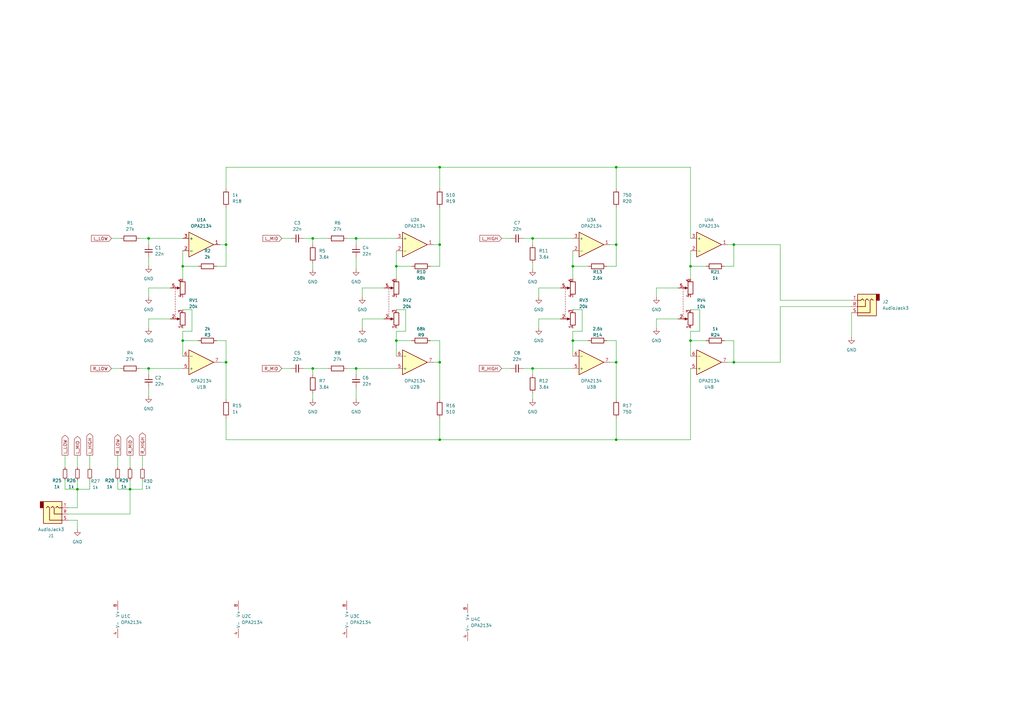
<source format=kicad_sch>
(kicad_sch (version 20231120) (generator "eeschema") (generator_version "8.0")
  (paper "A3")
  (lib_symbols
    (symbol "Amplifier_Operational:OPA2134" (pin_names (offset 0.127))
      (property "Reference" "U" (at 0 5.08 0))
      (property "Value" "OPA2134" (at 0 -5.08 0))
      (symbol "OPA2134_1_1"
        (polyline (pts (xy -5.08 5.08) (xy 5.08 0) (xy -5.08 -5.08) (xy -5.08 5.08)) (stroke (width 0.254)) (fill (type background)))
        (pin output line (at 7.62 0 180) (length 2.54) (name "~") (number "1"))
        (pin input line (at -7.62 -2.54 0) (length 2.54) (name "-") (number "2"))
        (pin input line (at -7.62 2.54 0) (length 2.54) (name "+") (number "3"))
      )
      (symbol "OPA2134_2_1"
        (polyline (pts (xy -5.08 5.08) (xy 5.08 0) (xy -5.08 -5.08) (xy -5.08 5.08)) (stroke (width 0.254)) (fill (type background)))
        (pin input line (at -7.62 2.54 0) (length 2.54) (name "+") (number "5"))
        (pin input line (at -7.62 -2.54 0) (length 2.54) (name "-") (number "6"))
        (pin output line (at 7.62 0 180) (length 2.54) (name "~") (number "7"))
      )
      (symbol "OPA2134_3_1"
        (pin power_in line (at -2.54 -7.62 90) (length 3.81) (name "V-") (number "4"))
        (pin power_in line (at -2.54 7.62 270) (length 3.81) (name "V+") (number "8"))
      )
    )
    (symbol "Connector_Audio:AudioJack3"
      (property "Reference" "J" (at 0 8.89 0))
      (property "Value" "AudioJack3" (at 0 6.35 0))
      (symbol "AudioJack3_0_1"
        (rectangle (start -5.08 -5.08) (end -6.35 -2.54) (stroke (width 0.254)) (fill (type outline)))
        (polyline (pts (xy 0 -2.54) (xy 0.635 -3.175) (xy 1.27 -2.54) (xy 2.54 -2.54)) (stroke (width 0.254)))
        (polyline (pts (xy -1.905 -2.54) (xy -1.27 -3.175) (xy -0.635 -2.54) (xy -0.635 0) (xy 2.54 0)) (stroke (width 0.254)))
        (polyline (pts (xy 2.54 2.54) (xy -2.54 2.54) (xy -2.54 -2.54) (xy -3.175 -3.175) (xy -3.81 -2.54)) (stroke (width 0.254)))
        (rectangle (start 2.54 3.81) (end -5.08 -5.08) (stroke (width 0.254)) (fill (type background)))
      )
      (symbol "AudioJack3_1_1"
        (pin passive line (at 5.08 0 180) (length 2.54) (name "~") (number "R"))
        (pin passive line (at 5.08 2.54 180) (length 2.54) (name "~") (number "S"))
        (pin passive line (at 5.08 -2.54 180) (length 2.54) (name "~") (number "T"))
      )
    )
    (symbol "Device:C_Small" (pin_numbers hide) (pin_names (offset 0.254) hide)
      (property "Reference" "C" (at 0.254 1.778 0))
      (property "Value" "C_Small" (at 0.254 -2.032 0))
      (symbol "C_Small_0_1"
        (polyline (pts (xy -1.524 -0.508) (xy 1.524 -0.508)) (stroke (width 0.3302)))
        (polyline (pts (xy -1.524 0.508) (xy 1.524 0.508)) (stroke (width 0.3048)))
      )
      (symbol "C_Small_1_1"
        (pin passive line (at 0 2.54 270) (length 2.032) (name "~") (number "1"))
        (pin passive line (at 0 -2.54 90) (length 2.032) (name "~") (number "2"))
      )
    )
    (symbol "Device:R" (pin_numbers hide) (pin_names (offset 0))
      (property "Reference" "R" (at 2.032 0 90))
      (property "Value" "R" (at 0 0 90))
      (symbol "R_0_1"
        (rectangle (start -1.016 -2.54) (end 1.016 2.54) (stroke (width 0.254)))
      )
      (symbol "R_1_1"
        (pin passive line (at 0 3.81 270) (length 1.27) (name "~") (number "1"))
        (pin passive line (at 0 -3.81 90) (length 1.27) (name "~") (number "2"))
      )
    )
    (symbol "Device:R_Potentiometer_Dual" (pin_names (offset 1.016) hide)
      (property "Reference" "RV" (at 0 3.81 0))
      (property "Value" "R_Potentiometer_Dual" (at 0 1.905 0))
      (symbol "R_Potentiometer_Dual_0_1"
        (rectangle (start -8.89 -1.524) (end -3.81 -3.556) (stroke (width 0.254)))
        (polyline (pts (xy -6.35 0) (xy -6.35 -1.016)))
        (polyline (pts (xy -6.35 0) (xy -6.35 -1.016)))
        (polyline (pts (xy -6.35 0) (xy -5.842 0.508)))
        (polyline (pts (xy -5.588 0.508) (xy -5.08 0.508)))
        (polyline (pts (xy -4.572 0.508) (xy -4.064 0.508)))
        (polyline (pts (xy -3.556 0.508) (xy -3.048 0.508)))
        (polyline (pts (xy -2.54 0.508) (xy -2.032 0.508)))
        (polyline (pts (xy -1.524 0.508) (xy -1.016 0.508)))
        (polyline (pts (xy -0.508 0.508) (xy 0 0.508)))
        (polyline (pts (xy 0.508 0.508) (xy 1.016 0.508)))
        (polyline (pts (xy 1.524 0.508) (xy 2.032 0.508)))
        (polyline (pts (xy 2.54 0.508) (xy 3.048 0.508)))
        (polyline (pts (xy 3.556 0.508) (xy 4.064 0.508)))
        (polyline (pts (xy 4.572 0.508) (xy 5.08 0.508)))
        (polyline (pts (xy 5.588 0.508) (xy 6.096 0.508)))
        (polyline (pts (xy 6.35 0) (xy 6.35 -1.016)))
        (polyline (pts (xy 6.35 0) (xy 6.35 -1.016)))
        (polyline (pts (xy 6.604 0.508) (xy 6.858 0.508) (xy 6.35 0)))
        (polyline (pts (xy -6.35 -1.397) (xy -6.858 -0.254) (xy -5.842 -0.254) (xy -6.35 -1.397)) (fill (type outline)))
        (polyline (pts (xy 6.35 -1.397) (xy 5.842 -0.254) (xy 6.858 -0.254) (xy 6.35 -1.397)) (fill (type outline)))
        (rectangle (start 3.81 -1.524) (end 8.89 -3.556) (stroke (width 0.254)))
      )
      (symbol "R_Potentiometer_Dual_1_1"
        (pin passive line (at -10.16 -2.54 0) (length 1.27) (name "1") (number "1"))
        (pin passive line (at -6.35 2.54 270) (length 2.54) (name "2") (number "2"))
        (pin passive line (at -2.54 -2.54 180) (length 1.27) (name "3") (number "3"))
        (pin passive line (at 2.54 -2.54 0) (length 1.27) (name "4") (number "4"))
        (pin passive line (at 6.35 2.54 270) (length 2.54) (name "5") (number "5"))
        (pin passive line (at 10.16 -2.54 180) (length 1.27) (name "6") (number "6"))
      )
    )
    (symbol "Device:R_Small" (pin_numbers hide) (pin_names (offset 0.254) hide)
      (property "Reference" "R" (at 0.762 0.508 0))
      (property "Value" "R_Small" (at 0.762 -1.016 0))
      (symbol "R_Small_0_1"
        (rectangle (start -0.762 1.778) (end 0.762 -1.778) (stroke (width 0.2032)))
      )
      (symbol "R_Small_1_1"
        (pin passive line (at 0 2.54 270) (length 0.762) (name "~") (number "1"))
        (pin passive line (at 0 -2.54 90) (length 0.762) (name "~") (number "2"))
      )
    )
    (symbol "power:GND" (power) (pin_numbers hide) (pin_names (offset 0) hide)
      (property "Value" "GND" (at 0 -3.81 0))
      (symbol "GND_0_1"
        (polyline (pts (xy 0 0) (xy 0 -1.27) (xy 1.27 -1.27) (xy 0 -2.54) (xy -1.27 -1.27) (xy 0 -1.27)))
      )
      (symbol "GND_1_1"
        (pin power_in line (at 0 0 270) (length 0) (name "~") (number "1"))
      )
    )
  )
  (junction (at 218.44 97.79))
  (junction (at 252.73 180.34))
  (junction (at 252.73 68.58))
  (junction (at 162.56 139.7))
  (junction (at 180.34 68.58))
  (junction (at 234.95 139.7))
  (junction (at 53.34 200.66))
  (junction (at 146.05 97.79))
  (junction (at 300.99 100.33))
  (junction (at 283.21 109.22))
  (junction (at 92.71 148.59))
  (junction (at 218.44 151.13))
  (junction (at 74.93 139.7))
  (junction (at 128.27 97.79))
  (junction (at 180.34 180.34))
  (junction (at 60.96 151.13))
  (junction (at 74.93 109.22))
  (junction (at 300.99 148.59))
  (junction (at 234.95 109.22))
  (junction (at 92.71 100.33))
  (junction (at 180.34 148.59))
  (junction (at 162.56 109.22))
  (junction (at 146.05 151.13))
  (junction (at 180.34 100.33))
  (junction (at 128.27 151.13))
  (junction (at 60.96 97.79))
  (junction (at 31.75 200.66))
  (junction (at 252.73 148.59))
  (junction (at 252.73 100.33))
  (junction (at 283.21 139.7))
  (wire (pts (xy 142.24 97.79) (xy 146.05 97.79)))
  (wire (pts (xy 148.59 118.11) (xy 148.59 121.92)))
  (wire (pts (xy 69.85 118.11) (xy 60.96 118.11)))
  (wire (pts (xy 92.71 68.58) (xy 180.34 68.58)))
  (wire (pts (xy 162.56 135.89) (xy 166.37 135.89)))
  (wire (pts (xy 234.95 139.7) (xy 234.95 135.89)))
  (wire (pts (xy 92.71 148.59) (xy 92.71 163.83)))
  (wire (pts (xy 287.02 135.89) (xy 287.02 127)))
  (wire (pts (xy 298.45 148.59) (xy 300.99 148.59)))
  (wire (pts (xy 180.34 109.22) (xy 180.34 100.33)))
  (wire (pts (xy 53.34 200.66) (xy 53.34 196.85)))
  (wire (pts (xy 31.75 186.69) (xy 31.75 191.77)))
  (wire (pts (xy 27.94 208.28) (xy 31.75 208.28)))
  (wire (pts (xy 128.27 151.13) (xy 134.62 151.13)))
  (wire (pts (xy 234.95 139.7) (xy 234.95 146.05)))
  (wire (pts (xy 74.93 114.3) (xy 74.93 109.22)))
  (wire (pts (xy 74.93 135.89) (xy 78.74 135.89)))
  (wire (pts (xy 78.74 127) (xy 74.93 127)))
  (wire (pts (xy 146.05 163.83) (xy 146.05 158.75)))
  (wire (pts (xy 234.95 135.89) (xy 238.76 135.89)))
  (wire (pts (xy 168.91 109.22) (xy 162.56 109.22)))
  (wire (pts (xy 180.34 180.34) (xy 252.73 180.34)))
  (wire (pts (xy 176.53 139.7) (xy 180.34 139.7)))
  (wire (pts (xy 289.56 109.22) (xy 283.21 109.22)))
  (wire (pts (xy 124.46 151.13) (xy 128.27 151.13)))
  (wire (pts (xy 252.73 77.47) (xy 252.73 68.58)))
  (wire (pts (xy 26.67 200.66) (xy 31.75 200.66)))
  (wire (pts (xy 148.59 130.81) (xy 148.59 134.62)))
  (wire (pts (xy 166.37 127) (xy 162.56 127)))
  (wire (pts (xy 81.28 139.7) (xy 74.93 139.7)))
  (wire (pts (xy 269.24 118.11) (xy 269.24 121.92)))
  (wire (pts (xy 45.72 151.13) (xy 49.53 151.13)))
  (wire (pts (xy 248.92 109.22) (xy 252.73 109.22)))
  (wire (pts (xy 218.44 151.13) (xy 218.44 153.67)))
  (wire (pts (xy 283.21 109.22) (xy 283.21 102.87)))
  (wire (pts (xy 214.63 97.79) (xy 218.44 97.79)))
  (wire (pts (xy 218.44 97.79) (xy 234.95 97.79)))
  (wire (pts (xy 146.05 100.33) (xy 146.05 97.79)))
  (wire (pts (xy 297.18 109.22) (xy 300.99 109.22)))
  (wire (pts (xy 283.21 135.89) (xy 287.02 135.89)))
  (wire (pts (xy 241.3 139.7) (xy 234.95 139.7)))
  (wire (pts (xy 297.18 139.7) (xy 300.99 139.7)))
  (wire (pts (xy 53.34 186.69) (xy 53.34 191.77)))
  (wire (pts (xy 74.93 102.87) (xy 74.93 109.22)))
  (wire (pts (xy 248.92 139.7) (xy 252.73 139.7)))
  (wire (pts (xy 162.56 109.22) (xy 162.56 102.87)))
  (wire (pts (xy 218.44 151.13) (xy 234.95 151.13)))
  (wire (pts (xy 92.71 100.33) (xy 92.71 85.09)))
  (wire (pts (xy 26.67 200.66) (xy 26.67 196.85)))
  (wire (pts (xy 74.93 109.22) (xy 81.28 109.22)))
  (wire (pts (xy 300.99 100.33) (xy 320.04 100.33)))
  (wire (pts (xy 176.53 109.22) (xy 180.34 109.22)))
  (wire (pts (xy 48.26 186.69) (xy 48.26 191.77)))
  (wire (pts (xy 229.87 118.11) (xy 220.98 118.11)))
  (wire (pts (xy 146.05 97.79) (xy 162.56 97.79)))
  (wire (pts (xy 238.76 127) (xy 234.95 127)))
  (wire (pts (xy 60.96 153.67) (xy 60.96 151.13)))
  (wire (pts (xy 238.76 135.89) (xy 238.76 127)))
  (wire (pts (xy 252.73 148.59) (xy 250.19 148.59)))
  (wire (pts (xy 180.34 77.47) (xy 180.34 68.58)))
  (wire (pts (xy 74.93 139.7) (xy 74.93 135.89)))
  (wire (pts (xy 252.73 148.59) (xy 252.73 163.83)))
  (wire (pts (xy 45.72 97.79) (xy 49.53 97.79)))
  (wire (pts (xy 320.04 123.19) (xy 349.25 123.19)))
  (wire (pts (xy 57.15 151.13) (xy 60.96 151.13)))
  (wire (pts (xy 60.96 118.11) (xy 60.96 121.92)))
  (wire (pts (xy 124.46 97.79) (xy 128.27 97.79)))
  (wire (pts (xy 252.73 68.58) (xy 283.21 68.58)))
  (wire (pts (xy 252.73 109.22) (xy 252.73 100.33)))
  (wire (pts (xy 218.44 163.83) (xy 218.44 161.29)))
  (wire (pts (xy 60.96 130.81) (xy 60.96 134.62)))
  (wire (pts (xy 128.27 97.79) (xy 134.62 97.79)))
  (wire (pts (xy 278.13 130.81) (xy 269.24 130.81)))
  (wire (pts (xy 26.67 186.69) (xy 26.67 191.77)))
  (wire (pts (xy 115.57 151.13) (xy 119.38 151.13)))
  (wire (pts (xy 146.05 153.67) (xy 146.05 151.13)))
  (wire (pts (xy 31.75 213.36) (xy 31.75 217.17)))
  (wire (pts (xy 234.95 109.22) (xy 234.95 102.87)))
  (wire (pts (xy 218.44 110.49) (xy 218.44 107.95)))
  (wire (pts (xy 283.21 139.7) (xy 283.21 135.89)))
  (wire (pts (xy 252.73 171.45) (xy 252.73 180.34)))
  (wire (pts (xy 180.34 148.59) (xy 180.34 163.83)))
  (wire (pts (xy 300.99 109.22) (xy 300.99 100.33)))
  (wire (pts (xy 27.94 213.36) (xy 31.75 213.36)))
  (wire (pts (xy 92.71 139.7) (xy 92.71 148.59)))
  (wire (pts (xy 180.34 100.33) (xy 180.34 85.09)))
  (wire (pts (xy 180.34 171.45) (xy 180.34 180.34)))
  (wire (pts (xy 162.56 139.7) (xy 162.56 146.05)))
  (wire (pts (xy 320.04 100.33) (xy 320.04 123.19)))
  (wire (pts (xy 58.42 200.66) (xy 58.42 196.85)))
  (wire (pts (xy 31.75 200.66) (xy 36.83 200.66)))
  (wire (pts (xy 283.21 68.58) (xy 283.21 97.79)))
  (wire (pts (xy 252.73 100.33) (xy 250.19 100.33)))
  (wire (pts (xy 283.21 109.22) (xy 283.21 114.3)))
  (wire (pts (xy 287.02 127) (xy 283.21 127)))
  (wire (pts (xy 214.63 151.13) (xy 218.44 151.13)))
  (wire (pts (xy 88.9 139.7) (xy 92.71 139.7)))
  (wire (pts (xy 60.96 162.56) (xy 60.96 158.75)))
  (wire (pts (xy 205.74 97.79) (xy 209.55 97.79)))
  (wire (pts (xy 31.75 200.66) (xy 31.75 196.85)))
  (wire (pts (xy 128.27 151.13) (xy 128.27 153.67)))
  (wire (pts (xy 180.34 148.59) (xy 177.8 148.59)))
  (wire (pts (xy 92.71 100.33) (xy 90.17 100.33)))
  (wire (pts (xy 88.9 109.22) (xy 92.71 109.22)))
  (wire (pts (xy 60.96 151.13) (xy 74.93 151.13)))
  (wire (pts (xy 60.96 100.33) (xy 60.96 97.79)))
  (wire (pts (xy 241.3 109.22) (xy 234.95 109.22)))
  (wire (pts (xy 252.73 139.7) (xy 252.73 148.59)))
  (wire (pts (xy 74.93 139.7) (xy 74.93 146.05)))
  (wire (pts (xy 166.37 135.89) (xy 166.37 127)))
  (wire (pts (xy 128.27 163.83) (xy 128.27 161.29)))
  (wire (pts (xy 320.04 125.73) (xy 349.25 125.73)))
  (wire (pts (xy 53.34 200.66) (xy 53.34 210.82)))
  (wire (pts (xy 58.42 186.69) (xy 58.42 191.77)))
  (wire (pts (xy 31.75 200.66) (xy 31.75 208.28)))
  (wire (pts (xy 269.24 130.81) (xy 269.24 134.62)))
  (wire (pts (xy 205.74 151.13) (xy 209.55 151.13)))
  (wire (pts (xy 298.45 100.33) (xy 300.99 100.33)))
  (wire (pts (xy 252.73 100.33) (xy 252.73 85.09)))
  (wire (pts (xy 180.34 100.33) (xy 177.8 100.33)))
  (wire (pts (xy 57.15 97.79) (xy 60.96 97.79)))
  (wire (pts (xy 283.21 139.7) (xy 283.21 146.05)))
  (wire (pts (xy 142.24 151.13) (xy 146.05 151.13)))
  (wire (pts (xy 36.83 186.69) (xy 36.83 191.77)))
  (wire (pts (xy 229.87 130.81) (xy 220.98 130.81)))
  (wire (pts (xy 48.26 200.66) (xy 48.26 196.85)))
  (wire (pts (xy 128.27 97.79) (xy 128.27 100.33)))
  (wire (pts (xy 320.04 148.59) (xy 320.04 125.73)))
  (wire (pts (xy 92.71 180.34) (xy 180.34 180.34)))
  (wire (pts (xy 53.34 210.82) (xy 27.94 210.82)))
  (wire (pts (xy 92.71 77.47) (xy 92.71 68.58)))
  (wire (pts (xy 180.34 68.58) (xy 252.73 68.58)))
  (wire (pts (xy 69.85 130.81) (xy 60.96 130.81)))
  (wire (pts (xy 53.34 200.66) (xy 58.42 200.66)))
  (wire (pts (xy 146.05 110.49) (xy 146.05 105.41)))
  (wire (pts (xy 115.57 97.79) (xy 119.38 97.79)))
  (wire (pts (xy 283.21 180.34) (xy 283.21 151.13)))
  (wire (pts (xy 157.48 130.81) (xy 148.59 130.81)))
  (wire (pts (xy 349.25 128.27) (xy 349.25 138.43)))
  (wire (pts (xy 92.71 171.45) (xy 92.71 180.34)))
  (wire (pts (xy 78.74 135.89) (xy 78.74 127)))
  (wire (pts (xy 36.83 200.66) (xy 36.83 196.85)))
  (wire (pts (xy 60.96 97.79) (xy 74.93 97.79)))
  (wire (pts (xy 92.71 148.59) (xy 90.17 148.59)))
  (wire (pts (xy 60.96 109.22) (xy 60.96 105.41)))
  (wire (pts (xy 180.34 139.7) (xy 180.34 148.59)))
  (wire (pts (xy 92.71 109.22) (xy 92.71 100.33)))
  (wire (pts (xy 168.91 139.7) (xy 162.56 139.7)))
  (wire (pts (xy 234.95 114.3) (xy 234.95 109.22)))
  (wire (pts (xy 146.05 151.13) (xy 162.56 151.13)))
  (wire (pts (xy 157.48 118.11) (xy 148.59 118.11)))
  (wire (pts (xy 252.73 180.34) (xy 283.21 180.34)))
  (wire (pts (xy 128.27 110.49) (xy 128.27 107.95)))
  (wire (pts (xy 220.98 130.81) (xy 220.98 134.62)))
  (wire (pts (xy 162.56 114.3) (xy 162.56 109.22)))
  (wire (pts (xy 300.99 139.7) (xy 300.99 148.59)))
  (wire (pts (xy 220.98 118.11) (xy 220.98 121.92)))
  (wire (pts (xy 218.44 97.79) (xy 218.44 100.33)))
  (wire (pts (xy 162.56 139.7) (xy 162.56 135.89)))
  (wire (pts (xy 300.99 148.59) (xy 320.04 148.59)))
  (wire (pts (xy 278.13 118.11) (xy 269.24 118.11)))
  (wire (pts (xy 48.26 200.66) (xy 53.34 200.66)))
  (wire (pts (xy 289.56 139.7) (xy 283.21 139.7)))
  (global_label "R_LOW" (shape input) (at 45.72 151.13 180) (property "Intersheetrefs" "${INTERSHEET_REFS}" (effects (hide yes))))
  (global_label "L_LOW" (shape output) (at 26.67 186.69 90) (property "Intersheetrefs" "${INTERSHEET_REFS}" (effects (hide yes))))
  (global_label "L_HIGH" (shape input) (at 205.74 97.79 180) (property "Intersheetrefs" "${INTERSHEET_REFS}" (effects (hide yes))))
  (global_label "L_HIGH" (shape output) (at 36.83 186.69 90) (property "Intersheetrefs" "${INTERSHEET_REFS}" (effects (hide yes))))
  (global_label "R_LOW" (shape output) (at 48.26 186.69 90) (property "Intersheetrefs" "${INTERSHEET_REFS}" (effects (hide yes))))
  (global_label "R_HIGH" (shape input) (at 205.74 151.13 180) (property "Intersheetrefs" "${INTERSHEET_REFS}" (effects (hide yes))))
  (global_label "L_LOW" (shape input) (at 45.72 97.79 180) (property "Intersheetrefs" "${INTERSHEET_REFS}" (effects (hide yes))))
  (global_label "L_MID" (shape output) (at 31.75 186.69 90) (property "Intersheetrefs" "${INTERSHEET_REFS}" (effects (hide yes))))
  (global_label "R_MID" (shape input) (at 115.57 151.13 180) (property "Intersheetrefs" "${INTERSHEET_REFS}" (effects (hide yes))))
  (global_label "L_MID" (shape input) (at 115.57 97.79 180) (property "Intersheetrefs" "${INTERSHEET_REFS}" (effects (hide yes))))
  (global_label "R_HIGH" (shape output) (at 58.42 186.69 90) (property "Intersheetrefs" "${INTERSHEET_REFS}" (effects (hide yes))))
  (global_label "R_MID" (shape output) (at 53.34 186.69 90) (property "Intersheetrefs" "${INTERSHEET_REFS}" (effects (hide yes))))
  (symbol (lib_id "Device:R") (at 180.34 81.28 0) (mirror y) (unit 1)
    (property "Reference" "R19" (at 182.88 82.5501 0) (effects (justify right)))
    (property "Value" "510" (at 182.88 80.0101 0) (effects (justify right)))
    (property "Description" "Resistor" (effects (hide yes)))
  )
  (symbol (lib_id "Device:R_Potentiometer_Dual") (at 72.39 124.46 90) (unit 1)
    (property "Reference" "RV1" (at 77.47 123.1899 90) (effects (justify right)))
    (property "Value" "20k" (at 77.47 125.7299 90) (effects (justify right)))
    (property "Description" "Dual potentiometer" (effects (hide yes)))
  )
  (symbol (lib_id "Device:C_Small") (at 146.05 102.87 0) (unit 1)
    (property "Reference" "C4" (at 148.59 101.6062 0) (effects (justify left)))
    (property "Value" "22n" (at 148.59 104.1462 0) (effects (justify left)))
    (property "Description" "Unpolarized capacitor, small symbol" (effects (hide yes)))
  )
  (symbol (lib_id "Device:C_Small") (at 212.09 151.13 90) (unit 1)
    (property "Reference" "C8" (at 212.0963 144.78 90))
    (property "Value" "22n" (at 212.0963 147.32 90))
    (property "Description" "Unpolarized capacitor, small symbol" (effects (hide yes)))
  )
  (symbol (lib_id "Device:R") (at 128.27 104.14 180) (unit 1)
    (property "Reference" "R5" (at 130.81 102.8699 0) (effects (justify right)))
    (property "Value" "3.6k" (at 130.81 105.4099 0) (effects (justify right)))
    (property "Description" "Resistor" (effects (hide yes)))
  )
  (symbol (lib_id "Device:R") (at 128.27 157.48 180) (unit 1)
    (property "Reference" "R7" (at 130.81 156.2099 0) (effects (justify right)))
    (property "Value" "3.6k" (at 130.81 158.7499 0) (effects (justify right)))
    (property "Description" "Resistor" (effects (hide yes)))
  )
  (symbol (lib_id "Device:R") (at 245.11 109.22 90) (unit 1)
    (property "Reference" "R13" (at 245.11 111.506 90))
    (property "Value" "2.6k" (at 245.11 114.046 90))
    (property "Description" "Resistor" (effects (hide yes)))
  )
  (symbol (lib_id "power:GND") (at 220.98 134.62 0) (unit 1)
    (property "Reference" "#PWR014" (effects (hide yes)))
    (property "Value" "GND" (at 220.98 139.7 0))
    (property "Description" "Power symbol creates a global label with name \"GND\" , ground" (effects (hide yes)))
  )
  (symbol (lib_id "power:GND") (at 146.05 163.83 0) (unit 1)
    (property "Reference" "#PWR08" (effects (hide yes)))
    (property "Value" "GND" (at 146.05 168.91 0))
    (property "Description" "Power symbol creates a global label with name \"GND\" , ground" (effects (hide yes)))
  )
  (symbol (lib_id "power:GND") (at 269.24 121.92 0) (unit 1)
    (property "Reference" "#PWR015" (effects (hide yes)))
    (property "Value" "GND" (at 269.24 127 0))
    (property "Description" "Power symbol creates a global label with name \"GND\" , ground" (effects (hide yes)))
  )
  (symbol (lib_id "power:GND") (at 148.59 121.92 0) (unit 1)
    (property "Reference" "#PWR09" (effects (hide yes)))
    (property "Value" "GND" (at 148.59 127 0))
    (property "Description" "Power symbol creates a global label with name \"GND\" , ground" (effects (hide yes)))
  )
  (symbol (lib_id "Device:R_Potentiometer_Dual") (at 160.02 124.46 90) (unit 1)
    (property "Reference" "RV2" (at 165.1 123.1899 90) (effects (justify right)))
    (property "Value" "20k" (at 165.1 125.7299 90) (effects (justify right)))
    (property "Description" "Dual potentiometer" (effects (hide yes)))
  )
  (symbol (lib_id "Amplifier_Operational:OPA2134") (at 82.55 148.59 0) (mirror x) (unit 2)
    (property "Reference" "U1" (at 82.55 158.75 0))
    (property "Value" "OPA2134" (at 82.55 156.21 0))
    (property "Footprint" "AudioSystemFootprintLibrary:OPA2134UA" (effects (hide yes)))
    (property "Datasheet" "http://www.ti.com/lit/ds/symlink/opa134.pdf" (effects (hide yes)))
    (property "Description" "Dual SoundPlus High Performance Audio Operational Amplifiers, DIP-8/SOIC-8" (effects (hide yes)))
  )
  (symbol (lib_id "Device:R") (at 85.09 139.7 90) (mirror x) (unit 1)
    (property "Reference" "R3" (at 85.09 137.414 90))
    (property "Value" "2k" (at 85.09 134.874 90))
    (property "Description" "Resistor" (effects (hide yes)))
  )
  (symbol (lib_id "power:GND") (at 146.05 110.49 0) (unit 1)
    (property "Reference" "#PWR06" (effects (hide yes)))
    (property "Value" "GND" (at 146.05 115.57 0))
    (property "Description" "Power symbol creates a global label with name \"GND\" , ground" (effects (hide yes)))
  )
  (symbol (lib_id "Device:R_Small") (at 58.42 194.31 180) (unit 1)
    (property "Reference" "R30" (at 60.706 197.358 0))
    (property "Value" "1k" (at 60.706 199.898 0))
    (property "Description" "Resistor, small symbol" (effects (hide yes)))
  )
  (symbol (lib_id "Device:R") (at 53.34 151.13 90) (unit 1)
    (property "Reference" "R4" (at 53.34 144.78 90))
    (property "Value" "27k" (at 53.34 147.32 90))
    (property "Description" "Resistor" (effects (hide yes)))
  )
  (symbol (lib_id "Device:C_Small") (at 60.96 156.21 0) (unit 1)
    (property "Reference" "C2" (at 63.5 154.9462 0) (effects (justify left)))
    (property "Value" "22n" (at 63.5 157.4862 0) (effects (justify left)))
    (property "Description" "Unpolarized capacitor, small symbol" (effects (hide yes)))
  )
  (symbol (lib_id "Device:R_Small") (at 53.34 194.31 180) (unit 1)
    (property "Reference" "R29" (at 50.8 197.104 0))
    (property "Value" "1k" (at 50.8 199.644 0))
    (property "Description" "Resistor, small symbol" (effects (hide yes)))
  )
  (symbol (lib_id "Device:R") (at 245.11 139.7 90) (mirror x) (unit 1)
    (property "Reference" "R14" (at 245.11 137.414 90))
    (property "Value" "2.6k" (at 245.11 134.874 90))
    (property "Description" "Resistor" (effects (hide yes)))
  )
  (symbol (lib_id "Amplifier_Operational:OPA2134") (at 290.83 100.33 0) (unit 1)
    (property "Reference" "U4" (at 290.83 90.17 0))
    (property "Value" "OPA2134" (at 290.83 92.71 0))
    (property "Footprint" "AudioSystemFootprintLibrary:OPA2134UA" (effects (hide yes)))
    (property "Datasheet" "http://www.ti.com/lit/ds/symlink/opa134.pdf" (effects (hide yes)))
    (property "Description" "Dual SoundPlus High Performance Audio Operational Amplifiers, DIP-8/SOIC-8" (effects (hide yes)))
  )
  (symbol (lib_id "Amplifier_Operational:OPA2134") (at 144.78 254 0) (unit 3)
    (property "Reference" "U3" (at 143.51 252.7299 0) (effects (justify left)))
    (property "Value" "OPA2134" (at 143.51 255.2699 0) (effects (justify left)))
    (property "Footprint" "AudioSystemFootprintLibrary:OPA2134UA" (effects (hide yes)))
    (property "Datasheet" "http://www.ti.com/lit/ds/symlink/opa134.pdf" (effects (hide yes)))
    (property "Description" "Dual SoundPlus High Performance Audio Operational Amplifiers, DIP-8/SOIC-8" (effects (hide yes)))
  )
  (symbol (lib_id "power:GND") (at 60.96 162.56 0) (unit 1)
    (property "Reference" "#PWR04" (effects (hide yes)))
    (property "Value" "GND" (at 60.96 167.64 0))
    (property "Description" "Power symbol creates a global label with name \"GND\" , ground" (effects (hide yes)))
  )
  (symbol (lib_id "Device:R") (at 252.73 167.64 180) (unit 1)
    (property "Reference" "R17" (at 255.27 166.3699 0) (effects (justify right)))
    (property "Value" "750" (at 255.27 168.9099 0) (effects (justify right)))
    (property "Description" "Resistor" (effects (hide yes)))
  )
  (symbol (lib_id "Device:C_Small") (at 121.92 151.13 90) (unit 1)
    (property "Reference" "C5" (at 121.9263 144.78 90))
    (property "Value" "22n" (at 121.9263 147.32 90))
    (property "Description" "Unpolarized capacitor, small symbol" (effects (hide yes)))
  )
  (symbol (lib_id "Device:R_Small") (at 36.83 194.31 180) (unit 1)
    (property "Reference" "R27" (at 39.116 197.358 0))
    (property "Value" "1k" (at 39.116 199.898 0))
    (property "Description" "Resistor, small symbol" (effects (hide yes)))
  )
  (symbol (lib_id "Amplifier_Operational:OPA2134") (at 82.55 100.33 0) (unit 1)
    (property "Reference" "U1" (at 82.55 90.17 0))
    (property "Value" "OPA2134" (at 82.55 92.71 0))
    (property "Footprint" "AudioSystemFootprintLibrary:OPA2134UA" (effects (hide yes)))
    (property "Datasheet" "http://www.ti.com/lit/ds/symlink/opa134.pdf" (effects (hide yes)))
    (property "Description" "Dual SoundPlus High Performance Audio Operational Amplifiers, DIP-8/SOIC-8" (effects (hide yes)))
  )
  (symbol (lib_id "power:GND") (at 220.98 121.92 0) (unit 1)
    (property "Reference" "#PWR013" (effects (hide yes)))
    (property "Value" "GND" (at 220.98 127 0))
    (property "Description" "Power symbol creates a global label with name \"GND\" , ground" (effects (hide yes)))
  )
  (symbol (lib_id "power:GND") (at 128.27 110.49 0) (unit 1)
    (property "Reference" "#PWR05" (effects (hide yes)))
    (property "Value" "GND" (at 128.27 115.57 0))
    (property "Description" "Power symbol creates a global label with name \"GND\" , ground" (effects (hide yes)))
  )
  (symbol (lib_id "Amplifier_Operational:OPA2134") (at 170.18 100.33 0) (unit 1)
    (property "Reference" "U2" (at 170.18 90.17 0))
    (property "Value" "OPA2134" (at 170.18 92.71 0))
    (property "Footprint" "AudioSystemFootprintLibrary:OPA2134UA" (effects (hide yes)))
    (property "Datasheet" "http://www.ti.com/lit/ds/symlink/opa134.pdf" (effects (hide yes)))
    (property "Description" "Dual SoundPlus High Performance Audio Operational Amplifiers, DIP-8/SOIC-8" (effects (hide yes)))
  )
  (symbol (lib_id "power:GND") (at 31.75 217.17 0) (unit 1)
    (property "Reference" "#PWR017" (effects (hide yes)))
    (property "Value" "GND" (at 31.75 222.25 0))
    (property "Description" "Power symbol creates a global label with name \"GND\" , ground" (effects (hide yes)))
  )
  (symbol (lib_id "Device:R_Small") (at 26.67 194.31 180) (unit 1)
    (property "Reference" "R25" (at 23.368 197.104 0))
    (property "Value" "1k" (at 23.368 199.644 0))
    (property "Description" "Resistor, small symbol" (effects (hide yes)))
  )
  (symbol (lib_id "Device:C_Small") (at 121.92 97.79 90) (unit 1)
    (property "Reference" "C3" (at 121.9263 91.44 90))
    (property "Value" "22n" (at 121.9263 93.98 90))
    (property "Description" "Unpolarized capacitor, small symbol" (effects (hide yes)))
  )
  (symbol (lib_id "Device:R") (at 138.43 97.79 90) (unit 1)
    (property "Reference" "R6" (at 138.43 91.44 90))
    (property "Value" "27k" (at 138.43 93.98 90))
    (property "Description" "Resistor" (effects (hide yes)))
  )
  (symbol (lib_id "Device:R") (at 252.73 81.28 0) (mirror y) (unit 1)
    (property "Reference" "R20" (at 255.27 82.5501 0) (effects (justify right)))
    (property "Value" "750" (at 255.27 80.0101 0) (effects (justify right)))
    (property "Description" "Resistor" (effects (hide yes)))
  )
  (symbol (lib_id "Device:C_Small") (at 60.96 102.87 0) (unit 1)
    (property "Reference" "C1" (at 63.5 101.6062 0) (effects (justify left)))
    (property "Value" "22n" (at 63.5 104.1462 0) (effects (justify left)))
    (property "Description" "Unpolarized capacitor, small symbol" (effects (hide yes)))
  )
  (symbol (lib_id "Device:R_Potentiometer_Dual") (at 232.41 124.46 90) (unit 1)
    (property "Reference" "RV3" (at 237.49 123.1899 90) (effects (justify right)))
    (property "Value" "20k" (at 237.49 125.7299 90) (effects (justify right)))
    (property "Description" "Dual potentiometer" (effects (hide yes)))
  )
  (symbol (lib_id "power:GND") (at 218.44 110.49 0) (unit 1)
    (property "Reference" "#PWR011" (effects (hide yes)))
    (property "Value" "GND" (at 218.44 115.57 0))
    (property "Description" "Power symbol creates a global label with name \"GND\" , ground" (effects (hide yes)))
  )
  (symbol (lib_id "Device:R") (at 293.37 139.7 90) (mirror x) (unit 1)
    (property "Reference" "R24" (at 293.37 137.414 90))
    (property "Value" "1k" (at 293.37 134.874 90))
    (property "Description" "Resistor" (effects (hide yes)))
  )
  (symbol (lib_id "Device:R") (at 92.71 167.64 180) (unit 1)
    (property "Reference" "R15" (at 95.25 166.3699 0) (effects (justify right)))
    (property "Value" "1k" (at 95.25 168.9099 0) (effects (justify right)))
    (property "Description" "Resistor" (effects (hide yes)))
  )
  (symbol (lib_id "power:GND") (at 218.44 163.83 0) (unit 1)
    (property "Reference" "#PWR012" (effects (hide yes)))
    (property "Value" "GND" (at 218.44 168.91 0))
    (property "Description" "Power symbol creates a global label with name \"GND\" , ground" (effects (hide yes)))
  )
  (symbol (lib_id "power:GND") (at 148.59 134.62 0) (unit 1)
    (property "Reference" "#PWR010" (effects (hide yes)))
    (property "Value" "GND" (at 148.59 139.7 0))
    (property "Description" "Power symbol creates a global label with name \"GND\" , ground" (effects (hide yes)))
  )
  (symbol (lib_id "Device:R") (at 172.72 109.22 90) (unit 1)
    (property "Reference" "R10" (at 172.72 111.506 90))
    (property "Value" "68k" (at 172.72 114.046 90))
    (property "Description" "Resistor" (effects (hide yes)))
  )
  (symbol (lib_id "power:GND") (at 269.24 134.62 0) (unit 1)
    (property "Reference" "#PWR016" (effects (hide yes)))
    (property "Value" "GND" (at 269.24 139.7 0))
    (property "Description" "Power symbol creates a global label with name \"GND\" , ground" (effects (hide yes)))
  )
  (symbol (lib_id "Amplifier_Operational:OPA2134") (at 100.33 254 0) (unit 3)
    (property "Reference" "U2" (at 99.06 252.7299 0) (effects (justify left)))
    (property "Value" "OPA2134" (at 99.06 255.2699 0) (effects (justify left)))
    (property "Footprint" "AudioSystemFootprintLibrary:OPA2134UA" (effects (hide yes)))
    (property "Datasheet" "http://www.ti.com/lit/ds/symlink/opa134.pdf" (effects (hide yes)))
    (property "Description" "Dual SoundPlus High Performance Audio Operational Amplifiers, DIP-8/SOIC-8" (effects (hide yes)))
  )
  (symbol (lib_id "Device:R") (at 53.34 97.79 90) (unit 1)
    (property "Reference" "R1" (at 53.34 91.44 90))
    (property "Value" "27k" (at 53.34 93.98 90))
    (property "Description" "Resistor" (effects (hide yes)))
  )
  (symbol (lib_id "Device:C_Small") (at 212.09 97.79 90) (unit 1)
    (property "Reference" "C7" (at 212.0963 91.44 90))
    (property "Value" "22n" (at 212.0963 93.98 90))
    (property "Description" "Unpolarized capacitor, small symbol" (effects (hide yes)))
  )
  (symbol (lib_id "Device:C_Small") (at 146.05 156.21 0) (unit 1)
    (property "Reference" "C6" (at 148.59 154.9462 0) (effects (justify left)))
    (property "Value" "22n" (at 148.59 157.4862 0) (effects (justify left)))
    (property "Description" "Unpolarized capacitor, small symbol" (effects (hide yes)))
  )
  (symbol (lib_id "power:GND") (at 349.25 138.43 0) (unit 1)
    (property "Reference" "#PWR018" (effects (hide yes)))
    (property "Value" "GND" (at 349.25 143.51 0))
    (property "Description" "Power symbol creates a global label with name \"GND\" , ground" (effects (hide yes)))
  )
  (symbol (lib_id "Device:R") (at 180.34 167.64 180) (unit 1)
    (property "Reference" "R16" (at 182.88 166.3699 0) (effects (justify right)))
    (property "Value" "510" (at 182.88 168.9099 0) (effects (justify right)))
    (property "Description" "Resistor" (effects (hide yes)))
  )
  (symbol (lib_id "Connector_Audio:AudioJack3") (at 354.33 125.73 180) (unit 1)
    (property "Reference" "J2" (at 361.95 123.8249 0) (effects (justify right)))
    (property "Value" "AudioJack3" (at 361.95 126.3649 0) (effects (justify right)))
    (property "Description" "Audio Jack, 3 Poles (Stereo / TRS)" (effects (hide yes)))
  )
  (symbol (lib_id "Device:R") (at 218.44 157.48 180) (unit 1)
    (property "Reference" "R12" (at 220.98 156.2099 0) (effects (justify right)))
    (property "Value" "3.6k" (at 220.98 158.7499 0) (effects (justify right)))
    (property "Description" "Resistor" (effects (hide yes)))
  )
  (symbol (lib_id "Connector_Audio:AudioJack3") (at 22.86 210.82 0) (mirror x) (unit 1)
    (property "Reference" "J1" (at 20.955 219.71 0))
    (property "Value" "AudioJack3" (at 20.955 217.17 0))
    (property "Description" "Audio Jack, 3 Poles (Stereo / TRS)" (effects (hide yes)))
  )
  (symbol (lib_id "Device:R_Potentiometer_Dual") (at 280.67 124.46 90) (unit 1)
    (property "Reference" "RV4" (at 285.75 123.1899 90) (effects (justify right)))
    (property "Value" "10k" (at 285.75 125.7299 90) (effects (justify right)))
    (property "Description" "Dual potentiometer" (effects (hide yes)))
  )
  (symbol (lib_id "Device:R") (at 293.37 109.22 90) (unit 1)
    (property "Reference" "R21" (at 293.37 111.506 90))
    (property "Value" "1k" (at 293.37 114.046 90))
    (property "Description" "Resistor" (effects (hide yes)))
  )
  (symbol (lib_id "Amplifier_Operational:OPA2134") (at 194.31 255.27 0) (unit 3)
    (property "Reference" "U4" (at 193.04 253.9999 0) (effects (justify left)))
    (property "Value" "OPA2134" (at 193.04 256.5399 0) (effects (justify left)))
    (property "Footprint" "AudioSystemFootprintLibrary:OPA2134UA" (effects (hide yes)))
    (property "Datasheet" "http://www.ti.com/lit/ds/symlink/opa134.pdf" (effects (hide yes)))
    (property "Description" "Dual SoundPlus High Performance Audio Operational Amplifiers, DIP-8/SOIC-8" (effects (hide yes)))
  )
  (symbol (lib_id "Device:R") (at 92.71 81.28 0) (mirror y) (unit 1)
    (property "Reference" "R18" (at 95.25 82.5501 0) (effects (justify right)))
    (property "Value" "1k" (at 95.25 80.0101 0) (effects (justify right)))
    (property "Description" "Resistor" (effects (hide yes)))
  )
  (symbol (lib_id "Device:R") (at 85.09 109.22 90) (unit 1)
    (property "Reference" "R2" (at 85.09 102.87 90))
    (property "Value" "2k" (at 85.09 105.41 90))
    (property "Description" "Resistor" (effects (hide yes)))
  )
  (symbol (lib_id "Amplifier_Operational:OPA2134") (at 290.83 148.59 0) (mirror x) (unit 2)
    (property "Reference" "U4" (at 290.83 158.75 0))
    (property "Value" "OPA2134" (at 290.83 156.21 0))
    (property "Footprint" "AudioSystemFootprintLibrary:OPA2134UA" (effects (hide yes)))
    (property "Datasheet" "http://www.ti.com/lit/ds/symlink/opa134.pdf" (effects (hide yes)))
    (property "Description" "Dual SoundPlus High Performance Audio Operational Amplifiers, DIP-8/SOIC-8" (effects (hide yes)))
  )
  (symbol (lib_id "Device:R_Small") (at 48.26 194.31 180) (unit 1)
    (property "Reference" "R28" (at 44.958 197.104 0))
    (property "Value" "1k" (at 44.958 199.644 0))
    (property "Description" "Resistor, small symbol" (effects (hide yes)))
  )
  (symbol (lib_id "Device:R") (at 138.43 151.13 90) (unit 1)
    (property "Reference" "R8" (at 138.43 144.78 90))
    (property "Value" "27k" (at 138.43 147.32 90))
    (property "Description" "Resistor" (effects (hide yes)))
  )
  (symbol (lib_id "Amplifier_Operational:OPA2134") (at 170.18 148.59 0) (mirror x) (unit 2)
    (property "Reference" "U2" (at 170.18 158.75 0))
    (property "Value" "OPA2134" (at 170.18 156.21 0))
    (property "Footprint" "AudioSystemFootprintLibrary:OPA2134UA" (effects (hide yes)))
    (property "Datasheet" "http://www.ti.com/lit/ds/symlink/opa134.pdf" (effects (hide yes)))
    (property "Description" "Dual SoundPlus High Performance Audio Operational Amplifiers, DIP-8/SOIC-8" (effects (hide yes)))
  )
  (symbol (lib_id "Device:R_Small") (at 31.75 194.31 180) (unit 1)
    (property "Reference" "R26" (at 29.21 197.104 0))
    (property "Value" "1k" (at 29.21 199.644 0))
    (property "Description" "Resistor, small symbol" (effects (hide yes)))
  )
  (symbol (lib_id "Device:R") (at 172.72 139.7 90) (mirror x) (unit 1)
    (property "Reference" "R9" (at 172.72 137.414 90))
    (property "Value" "68k" (at 172.72 134.874 90))
    (property "Description" "Resistor" (effects (hide yes)))
  )
  (symbol (lib_id "Amplifier_Operational:OPA2134") (at 242.57 100.33 0) (unit 1)
    (property "Reference" "U3" (at 242.57 90.17 0))
    (property "Value" "OPA2134" (at 242.57 92.71 0))
    (property "Footprint" "AudioSystemFootprintLibrary:OPA2134UA" (effects (hide yes)))
    (property "Datasheet" "http://www.ti.com/lit/ds/symlink/opa134.pdf" (effects (hide yes)))
    (property "Description" "Dual SoundPlus High Performance Audio Operational Amplifiers, DIP-8/SOIC-8" (effects (hide yes)))
  )
  (symbol (lib_id "power:GND") (at 60.96 109.22 0) (unit 1)
    (property "Reference" "#PWR03" (effects (hide yes)))
    (property "Value" "GND" (at 60.96 114.3 0))
    (property "Description" "Power symbol creates a global label with name \"GND\" , ground" (effects (hide yes)))
  )
  (symbol (lib_id "Device:R") (at 218.44 104.14 180) (unit 1)
    (property "Reference" "R11" (at 220.98 102.8699 0) (effects (justify right)))
    (property "Value" "3.6k" (at 220.98 105.4099 0) (effects (justify right)))
    (property "Description" "Resistor" (effects (hide yes)))
  )
  (symbol (lib_id "Amplifier_Operational:OPA2134") (at 242.57 148.59 0) (mirror x) (unit 2)
    (property "Reference" "U3" (at 242.57 158.75 0))
    (property "Value" "OPA2134" (at 242.57 156.21 0))
    (property "Footprint" "AudioSystemFootprintLibrary:OPA2134UA" (effects (hide yes)))
    (property "Datasheet" "http://www.ti.com/lit/ds/symlink/opa134.pdf" (effects (hide yes)))
    (property "Description" "Dual SoundPlus High Performance Audio Operational Amplifiers, DIP-8/SOIC-8" (effects (hide yes)))
  )
  (symbol (lib_id "power:GND") (at 60.96 134.62 0) (unit 1)
    (property "Reference" "#PWR02" (effects (hide yes)))
    (property "Value" "GND" (at 60.96 139.7 0))
    (property "Description" "Power symbol creates a global label with name \"GND\" , ground" (effects (hide yes)))
  )
  (symbol (lib_id "power:GND") (at 60.96 121.92 0) (unit 1)
    (property "Reference" "#PWR01" (effects (hide yes)))
    (property "Value" "GND" (at 60.96 127 0))
    (property "Description" "Power symbol creates a global label with name \"GND\" , ground" (effects (hide yes)))
  )
  (symbol (lib_id "Amplifier_Operational:OPA2134") (at 50.8 254 0) (unit 3)
    (property "Reference" "U1" (at 49.53 252.7299 0) (effects (justify left)))
    (property "Value" "OPA2134" (at 49.53 255.2699 0) (effects (justify left)))
    (property "Footprint" "AudioSystemFootprintLibrary:OPA2134UA" (effects (hide yes)))
    (property "Datasheet" "http://www.ti.com/lit/ds/symlink/opa134.pdf" (effects (hide yes)))
    (property "Description" "Dual SoundPlus High Performance Audio Operational Amplifiers, DIP-8/SOIC-8" (effects (hide yes)))
  )
  (symbol (lib_id "power:GND") (at 128.27 163.83 0) (unit 1)
    (property "Reference" "#PWR07" (effects (hide yes)))
    (property "Value" "GND" (at 128.27 168.91 0))
    (property "Description" "Power symbol creates a global label with name \"GND\" , ground" (effects (hide yes)))
  )
)
</source>
